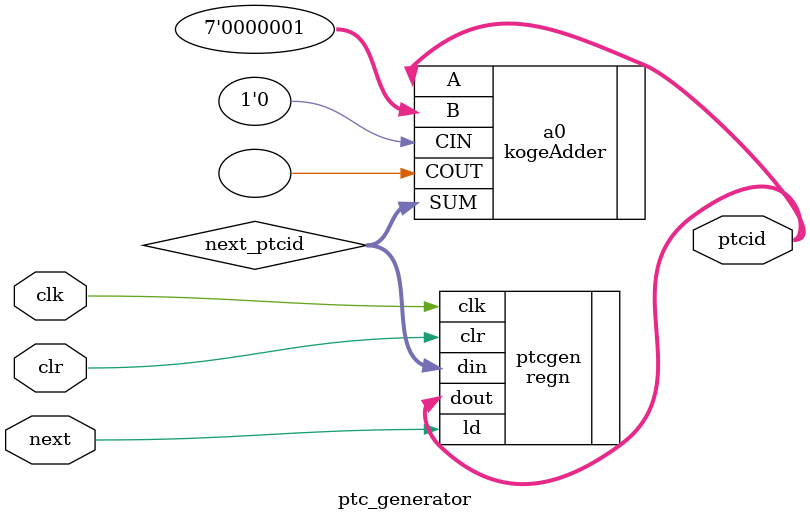
<source format=v>
module ptc_generator (input next, clr,
                      input clk,
                      output [6:0] ptcid);

    wire [6:0] next_ptcid;

    regn #(.WIDTH(7)) ptcgen(.din(next_ptcid), .ld(next), .clr(clr), .clk(clk), .dout(ptcid));
    kogeAdder #(.WIDTH(7)) a0(.SUM(next_ptcid), .COUT(), .A(ptcid), .B(7'b0000001), .CIN(1'b0));

endmodule
</source>
